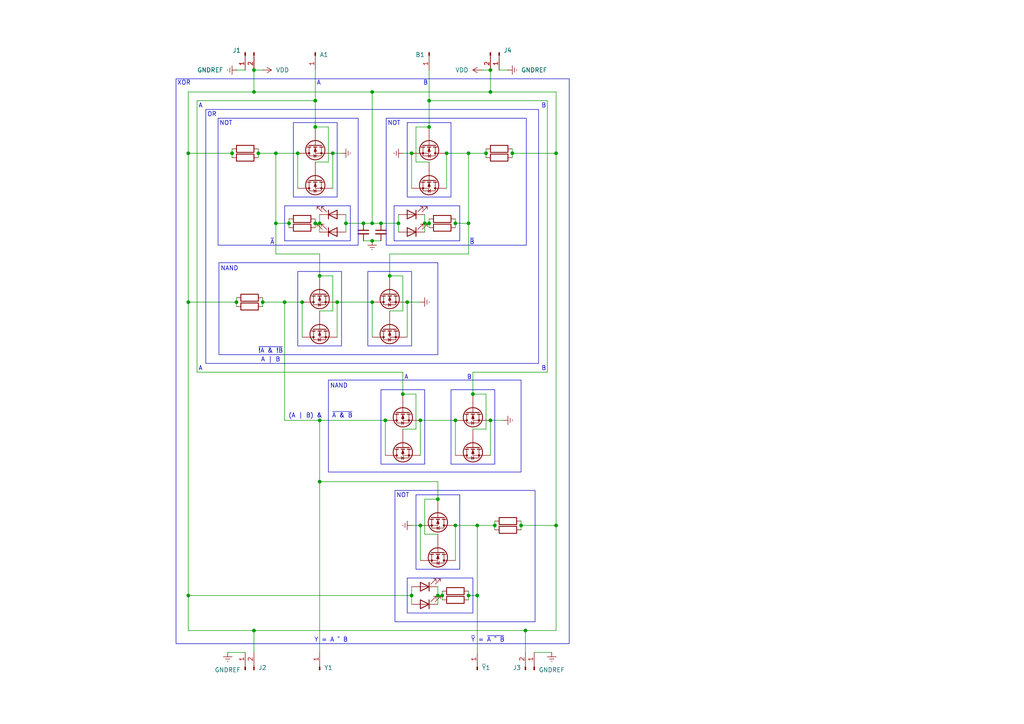
<source format=kicad_sch>
(kicad_sch (version 20250114) (generator "eeschema") (generator_version "9.0")
  (paper "A4")
  (title_block (title "XOR w/ LEDs") (rev "1.0") (company "Cyborg Systems") (comment 1 "BlueChip"))
  (lib_symbols
    (symbol "2N7000_1" (pin_numbers (hide yes)) (pin_names (hide yes))
      (property "Reference" "Q" (at 5.08 1.905 0))
      (property "Value" "2N7000" (at 5.08 0 0))
      (symbol "2N7000_1_1_1"
        (pin input line (at -5.08 0 0) (length 2.54) (name "G") (number "2"))
        (pin passive line (at 2.54 5.08 270) (length 2.54) (name "D") (number "3"))
        (pin passive line (at 2.54 -5.08 90) (length 2.54) (name "S") (number "1"))
      )
    )
    (symbol "2N7000_10" (pin_numbers (hide yes)) (pin_names (hide yes))
      (property "Reference" "Q" (at 5.08 1.905 0))
      (property "Value" "2N7000" (at 5.08 0 0))
      (symbol "2N7000_10_1_1"
        (pin input line (at -5.08 0 0) (length 2.54) (name "G") (number "2"))
        (pin passive line (at 2.54 5.08 270) (length 2.54) (name "D") (number "3"))
        (pin passive line (at 2.54 -5.08 90) (length 2.54) (name "S") (number "1"))
      )
    )
    (symbol "2N7000_11" (pin_numbers (hide yes)) (pin_names (hide yes))
      (property "Reference" "Q" (at 5.08 1.905 0))
      (property "Value" "2N7000" (at 5.08 0 0))
      (symbol "2N7000_11_1_1"
        (pin input line (at -5.08 0 0) (length 2.54) (name "G") (number "2"))
        (pin passive line (at 2.54 5.08 270) (length 2.54) (name "D") (number "3"))
        (pin passive line (at 2.54 -5.08 90) (length 2.54) (name "S") (number "1"))
      )
    )
    (symbol "2N7000_12" (pin_numbers (hide yes)) (pin_names (hide yes))
      (property "Reference" "Q" (at 5.08 1.905 0))
      (property "Value" "2N7000" (at 5.08 0 0))
      (symbol "2N7000_12_1_1"
        (pin input line (at -5.08 0 0) (length 2.54) (name "G") (number "2"))
        (pin passive line (at 2.54 5.08 270) (length 2.54) (name "D") (number "3"))
        (pin passive line (at 2.54 -5.08 90) (length 2.54) (name "S") (number "1"))
      )
    )
    (symbol "2N7000_13" (pin_numbers (hide yes)) (pin_names (hide yes))
      (property "Reference" "Q" (at 5.08 1.905 0))
      (property "Value" "2N7000" (at 5.08 0 0))
      (symbol "2N7000_13_1_1"
        (pin input line (at -5.08 0 0) (length 2.54) (name "G") (number "2"))
        (pin passive line (at 2.54 5.08 270) (length 2.54) (name "D") (number "3"))
        (pin passive line (at 2.54 -5.08 90) (length 2.54) (name "S") (number "1"))
      )
    )
    (symbol "2N7000_2" (pin_numbers (hide yes)) (pin_names (hide yes))
      (property "Reference" "Q" (at 5.08 1.905 0))
      (property "Value" "2N7000" (at 5.08 0 0))
      (symbol "2N7000_2_1_1"
        (pin input line (at -5.08 0 0) (length 2.54) (name "G") (number "2"))
        (pin passive line (at 2.54 5.08 270) (length 2.54) (name "D") (number "3"))
        (pin passive line (at 2.54 -5.08 90) (length 2.54) (name "S") (number "1"))
      )
    )
    (symbol "2N7000_3" (pin_numbers (hide yes)) (pin_names (hide yes))
      (property "Reference" "Q" (at 5.08 1.905 0))
      (property "Value" "2N7000" (at 5.08 0 0))
      (symbol "2N7000_3_1_1"
        (pin input line (at -5.08 0 0) (length 2.54) (name "G") (number "2"))
        (pin passive line (at 2.54 5.08 270) (length 2.54) (name "D") (number "3"))
        (pin passive line (at 2.54 -5.08 90) (length 2.54) (name "S") (number "1"))
      )
    )
    (symbol "2N7000_4" (pin_numbers (hide yes)) (pin_names (hide yes))
      (property "Reference" "Q" (at 5.08 1.905 0))
      (property "Value" "2N7000" (at 5.08 0 0))
      (symbol "2N7000_4_1_1"
        (pin input line (at -5.08 0 0) (length 2.54) (name "G") (number "2"))
        (pin passive line (at 2.54 5.08 270) (length 2.54) (name "D") (number "3"))
        (pin passive line (at 2.54 -5.08 90) (length 2.54) (name "S") (number "1"))
      )
    )
    (symbol "2N7000_5" (pin_numbers (hide yes)) (pin_names (hide yes))
      (property "Reference" "Q" (at 5.08 1.905 0))
      (property "Value" "2N7000" (at 5.08 0 0))
      (symbol "2N7000_5_1_1"
        (pin input line (at -5.08 0 0) (length 2.54) (name "G") (number "2"))
        (pin passive line (at 2.54 5.08 270) (length 2.54) (name "D") (number "3"))
        (pin passive line (at 2.54 -5.08 90) (length 2.54) (name "S") (number "1"))
      )
    )
    (symbol "2N7000_6" (pin_numbers (hide yes)) (pin_names (hide yes))
      (property "Reference" "Q" (at 5.08 1.905 0))
      (property "Value" "2N7000" (at 5.08 0 0))
      (symbol "2N7000_6_1_1"
        (pin input line (at -5.08 0 0) (length 2.54) (name "G") (number "2"))
        (pin passive line (at 2.54 5.08 270) (length 2.54) (name "D") (number "3"))
        (pin passive line (at 2.54 -5.08 90) (length 2.54) (name "S") (number "1"))
      )
    )
    (symbol "2N7000_7" (pin_numbers (hide yes)) (pin_names (hide yes))
      (property "Reference" "Q" (at 5.08 1.905 0))
      (property "Value" "2N7000" (at 5.08 0 0))
      (symbol "2N7000_7_1_1"
        (pin input line (at -5.08 0 0) (length 2.54) (name "G") (number "2"))
        (pin passive line (at 2.54 5.08 270) (length 2.54) (name "D") (number "3"))
        (pin passive line (at 2.54 -5.08 90) (length 2.54) (name "S") (number "1"))
      )
    )
    (symbol "2N7000_8" (pin_numbers (hide yes)) (pin_names (hide yes))
      (property "Reference" "Q" (at 5.08 1.905 0))
      (property "Value" "2N7000" (at 5.08 0 0))
      (symbol "2N7000_8_1_1"
        (pin input line (at -5.08 0 0) (length 2.54) (name "G") (number "2"))
        (pin passive line (at 2.54 5.08 270) (length 2.54) (name "D") (number "3"))
        (pin passive line (at 2.54 -5.08 90) (length 2.54) (name "S") (number "1"))
      )
    )
    (symbol "2N7000_9" (pin_numbers (hide yes)) (pin_names (hide yes))
      (property "Reference" "Q" (at 5.08 1.905 0))
      (property "Value" "2N7000" (at 5.08 0 0))
      (symbol "2N7000_9_1_1"
        (pin input line (at -5.08 0 0) (length 2.54) (name "G") (number "2"))
        (pin passive line (at 2.54 5.08 270) (length 2.54) (name "D") (number "3"))
        (pin passive line (at 2.54 -5.08 90) (length 2.54) (name "S") (number "1"))
      )
    )
    (symbol "Connector:Conn_01x01_Pin" (pin_names (offset 1.016) (hide yes))
      (property "Reference" "J" (at 0 2.54 0))
      (property "Value" "Conn_01x01_Pin" (at 0 -2.54 0))
      (symbol "Conn_01x01_Pin_1_1"
        (pin passive line (at 5.08 0 180) (length 3.81) (name "Pin_1") (number "1"))
      )
    )
    (symbol "Connector:Conn_01x02_Pin" (pin_names (offset 1.016) (hide yes))
      (property "Reference" "J" (at 0 2.54 0))
      (property "Value" "Conn_01x02_Pin" (at 0 -5.08 0))
      (symbol "Conn_01x02_Pin_1_1"
        (pin passive line (at 5.08 0 180) (length 3.81) (name "Pin_1") (number "1"))
        (pin passive line (at 5.08 -2.54 180) (length 3.81) (name "Pin_2") (number "2"))
      )
    )
    (symbol "Device:C_Small" (pin_numbers (hide yes)) (pin_names (offset 0.254) (hide yes))
      (property "Reference" "C" (at 0.254 1.778 0))
      (property "Value" "C_Small" (at 0.254 -2.032 0))
      (symbol "C_Small_1_1"
        (pin passive line (at 0 2.54 270) (length 2.032) (name "~") (number "1"))
        (pin passive line (at 0 -2.54 90) (length 2.032) (name "~") (number "2"))
      )
    )
    (symbol "Device:LED" (pin_numbers (hide yes)) (pin_names (offset 1.016) (hide yes))
      (property "Reference" "D" (at 0 2.54 0))
      (property "Value" "LED" (at 0 -2.54 0))
      (symbol "LED_1_1"
        (pin passive line (at -3.81 0 0) (length 2.54) (name "K") (number "1"))
        (pin passive line (at 3.81 0 180) (length 2.54) (name "A") (number "2"))
      )
    )
    (symbol "Device:R" (pin_numbers (hide yes)) (pin_names (offset 0))
      (property "Reference" "R" (at 2.032 0 90))
      (property "Value" "R" (at 0 0 90))
      (symbol "R_1_1"
        (pin passive line (at 0 3.81 270) (length 1.27) (name "~") (number "1"))
        (pin passive line (at 0 -3.81 90) (length 1.27) (name "~") (number "2"))
      )
    )
    (symbol "R_1" (pin_numbers (hide yes)) (pin_names (offset 0))
      (property "Reference" "R" (at 2.032 0 90))
      (property "Value" "R" (at 0 0 90))
      (symbol "R_1_1_1"
        (pin passive line (at 0 3.81 270) (length 1.27) (name "~") (number "1"))
        (pin passive line (at 0 -3.81 90) (length 1.27) (name "~") (number "2"))
      )
    )
    (symbol "Transistor_FET:2N7000" (pin_numbers (hide yes)) (pin_names (hide yes))
      (property "Reference" "Q" (at 5.08 1.905 0))
      (property "Value" "2N7000" (at 5.08 0 0))
      (symbol "2N7000_1_1"
        (pin input line (at -5.08 0 0) (length 2.54) (name "G") (number "2"))
        (pin passive line (at 2.54 5.08 270) (length 2.54) (name "D") (number "3"))
        (pin passive line (at 2.54 -5.08 90) (length 2.54) (name "S") (number "1"))
      )
    )
    (symbol "power:GNDREF" (power) (pin_numbers (hide yes)) (pin_names (offset 0) (hide yes))
      (property "Value" "GNDREF" (at 0 -3.81 0))
      (symbol "GNDREF_1_1"
        (pin power_in line (at 0 0 270) (length 0) (name "~") (number "1"))
      )
    )
    (symbol "power:VDD" (power) (pin_numbers (hide yes)) (pin_names (offset 0) (hide yes))
      (property "Value" "VDD" (at 0 3.556 0))
      (symbol "VDD_1_1"
        (pin power_in line (at 0 0 90) (length 0) (name "~") (number "1"))
      )
    )
  )
  (rectangle (start 137.16 167.64) (end 118.11 177.8))
  (rectangle (start 133.35 59.69) (end 114.3 69.85))
  (rectangle (start 110.49 113.03) (end 123.19 134.62))
  (rectangle (start 130.81 113.03) (end 143.51 134.62))
  (rectangle (start 86.36 78.74) (end 99.06 100.33))
  (rectangle (start 63.5 76.2) (end 127 102.87))
  (rectangle (start 59.69 31.75) (end 156.21 105.41))
  (rectangle (start 82.55 59.69) (end 101.6 69.85))
  (rectangle (start 63.246 34.29) (end 103.886 71.12))
  (rectangle (start 112.014 34.29) (end 152.654 71.12))
  (rectangle (start 130.81 35.56) (end 118.11 57.15))
  (rectangle (start 51.054 22.86) (end 165.1 186.69))
  (rectangle (start 106.68 78.74) (end 119.38 100.33))
  (rectangle (start 114.554 142.24) (end 155.194 180.34))
  (rectangle (start 95.25 110.236) (end 151.13 136.906))
  (rectangle (start 133.35 143.51) (end 120.65 165.1))
  (rectangle (start 85.09 35.56) (end 97.79 57.15))
  (text "NOT" (at 65.532 35.814 0) (effects (font (size 1.27 1.27))))
  (text "~{Y} = ~{A ^ B}" (at 141.478 185.674 0) (effects (font (size 1.27 1.27))))
  (text "A" (at 117.856 109.474 0) (effects (font (size 1.27 1.27))))
  (text "XOR" (at 53.34 24.13 0) (effects (font (size 1.27 1.27))))
  (text "NOT" (at 114.3 35.814 0) (effects (font (size 1.27 1.27))))
  (text "~{A}" (at 78.994 70.358 0) (effects (font (size 1.27 1.27))))
  (text "OR" (at 61.468 33.274 0) (effects (font (size 1.27 1.27))))
  (text "B" (at 157.734 106.934 0) (effects (font (size 1.27 1.27))))
  (text "~{!A & !B}" (at 78.486 101.854 0) (effects (font (size 1.27 1.27))))
  (text "B" (at 136.144 109.474 0) (effects (font (size 1.27 1.27))))
  (text "A" (at 92.456 24.13 0) (effects (font (size 1.27 1.27))))
  (text "A | B" (at 78.486 104.394 0) (effects (font (size 1.27 1.27))))
  (text "NAND" (at 98.298 112.014 0) (effects (font (size 1.27 1.27))))
  (text "Y = A ^ B" (at 96.012 185.674 0) (effects (font (size 1.27 1.27))))
  (text "~{B}" (at 136.906 70.358 0) (effects (font (size 1.27 1.27))))
  (text "NAND" (at 66.548 77.978 0) (effects (font (size 1.27 1.27))))
  (text "A" (at 58.166 106.934 0) (effects (font (size 1.27 1.27))))
  (text "NOT" (at 116.84 143.764 0) (effects (font (size 1.27 1.27))))
  (text "A" (at 58.166 30.734 0) (effects (font (size 1.27 1.27))))
  (text "(A | B) &   ~{A & B}" (at 92.964 120.65 0) (effects (font (size 1.27 1.27))))
  (text "B" (at 123.444 24.13 0) (effects (font (size 1.27 1.27))))
  (text "B" (at 157.734 30.734 0) (effects (font (size 1.27 1.27))))
  (junction (at 119.38 172.72))
  (junction (at 80.01 64.77))
  (junction (at 143.51 152.4))
  (junction (at 73.66 20.32))
  (junction (at 118.11 87.63))
  (junction (at 96.52 44.45))
  (junction (at 111.76 121.92))
  (junction (at 142.24 26.67))
  (junction (at 68.58 87.63))
  (junction (at 142.24 121.92))
  (junction (at 76.2 87.63))
  (junction (at 135.89 44.45))
  (junction (at 107.95 87.63))
  (junction (at 92.71 80.01))
  (junction (at 107.95 64.77))
  (junction (at 138.43 172.72))
  (junction (at 161.29 152.4))
  (junction (at 67.31 44.45))
  (junction (at 97.79 87.63))
  (junction (at 124.46 64.77))
  (junction (at 92.71 121.92))
  (junction (at 152.4 182.88))
  (junction (at 138.43 152.4))
  (junction (at 100.33 64.77))
  (junction (at 135.89 64.77))
  (junction (at 54.61 172.72))
  (junction (at 124.46 29.21))
  (junction (at 73.66 182.88))
  (junction (at 135.89 172.72))
  (junction (at 54.61 44.45))
  (junction (at 82.55 87.63))
  (junction (at 87.63 87.63))
  (junction (at 80.01 44.45))
  (junction (at 54.61 87.63))
  (junction (at 91.44 29.21))
  (junction (at 92.71 139.7))
  (junction (at 107.95 69.85))
  (junction (at 140.97 44.45))
  (junction (at 83.82 64.77))
  (junction (at 91.44 64.77))
  (junction (at 116.84 114.3))
  (junction (at 137.16 114.3))
  (junction (at 121.92 152.4))
  (junction (at 129.54 44.45))
  (junction (at 110.49 64.77))
  (junction (at 132.08 121.92))
  (junction (at 119.38 44.45))
  (junction (at 127 172.72))
  (junction (at 105.41 64.77))
  (junction (at 123.19 64.77))
  (junction (at 121.92 121.92))
  (junction (at 115.57 64.77))
  (junction (at 142.24 20.32))
  (junction (at 161.29 44.45))
  (junction (at 132.08 152.4))
  (junction (at 74.93 44.45))
  (junction (at 91.44 36.83))
  (junction (at 86.36 44.45))
  (junction (at 151.13 152.4))
  (junction (at 132.08 64.77))
  (junction (at 73.66 26.67))
  (junction (at 113.03 80.01))
  (junction (at 92.71 64.77))
  (junction (at 124.46 36.83))
  (junction (at 107.95 26.67))
  (junction (at 127 144.78))
  (junction (at 128.27 172.72))
  (junction (at 148.59 44.45))
  (wire (pts (xy 107.95 26.67) (xy 107.95 64.77)))
  (wire (pts (xy 86.36 44.45) (xy 86.36 54.61)))
  (wire (pts (xy 151.13 151.13) (xy 151.13 152.4)))
  (wire (pts (xy 161.29 152.4) (xy 161.29 182.88)))
  (wire (pts (xy 100.33 64.77) (xy 100.33 67.31)))
  (wire (pts (xy 121.92 121.92) (xy 132.08 121.92)))
  (wire (pts (xy 143.51 151.13) (xy 143.51 152.4)))
  (wire (pts (xy 76.2 87.63) (xy 82.55 87.63)))
  (wire (pts (xy 100.33 62.23) (xy 100.33 64.77)))
  (wire (pts (xy 87.63 87.63) (xy 87.63 97.79)))
  (wire (pts (xy 95.25 46.99) (xy 95.25 36.83)))
  (wire (pts (xy 137.16 107.95) (xy 137.16 114.3)))
  (wire (pts (xy 151.13 152.4) (xy 151.13 153.67)))
  (wire (pts (xy 135.89 64.77) (xy 135.89 73.66)))
  (wire (pts (xy 54.61 172.72) (xy 119.38 172.72)))
  (wire (pts (xy 91.44 36.83) (xy 95.25 36.83)))
  (wire (pts (xy 92.71 73.66) (xy 92.71 80.01)))
  (wire (pts (xy 139.7 20.32) (xy 142.24 20.32)))
  (wire (pts (xy 118.11 87.63) (xy 118.11 97.79)))
  (wire (pts (xy 57.15 107.95) (xy 116.84 107.95)))
  (wire (pts (xy 110.49 64.77) (xy 115.57 64.77)))
  (wire (pts (xy 140.97 44.45) (xy 140.97 45.72)))
  (wire (pts (xy 124.46 46.99) (xy 120.65 46.99)))
  (wire (pts (xy 148.59 43.18) (xy 148.59 44.45)))
  (wire (pts (xy 54.61 172.72) (xy 54.61 182.88)))
  (wire (pts (xy 124.46 64.77) (xy 124.46 66.04)))
  (wire (pts (xy 147.32 20.32) (xy 144.78 20.32)))
  (wire (pts (xy 107.95 64.77) (xy 110.49 64.77)))
  (wire (pts (xy 92.71 139.7) (xy 92.71 189.23)))
  (wire (pts (xy 91.44 63.5) (xy 91.44 64.77)))
  (wire (pts (xy 116.84 107.95) (xy 116.84 114.3)))
  (wire (pts (xy 116.84 124.46) (xy 120.65 124.46)))
  (wire (pts (xy 161.29 152.4) (xy 151.13 152.4)))
  (wire (pts (xy 92.71 121.92) (xy 111.76 121.92)))
  (wire (pts (xy 120.65 46.99) (xy 120.65 36.83)))
  (wire (pts (xy 115.57 64.77) (xy 115.57 67.31)))
  (wire (pts (xy 123.19 67.31) (xy 123.19 64.77)))
  (wire (pts (xy 80.01 44.45) (xy 80.01 64.77)))
  (wire (pts (xy 76.2 20.32) (xy 73.66 20.32)))
  (wire (pts (xy 115.57 62.23) (xy 115.57 64.77)))
  (wire (pts (xy 73.66 182.88) (xy 73.66 189.23)))
  (wire (pts (xy 68.58 86.36) (xy 68.58 87.63)))
  (wire (pts (xy 54.61 87.63) (xy 54.61 172.72)))
  (wire (pts (xy 124.46 36.83) (xy 120.65 36.83)))
  (wire (pts (xy 92.71 62.23) (xy 92.71 64.77)))
  (wire (pts (xy 142.24 121.92) (xy 142.24 132.08)))
  (wire (pts (xy 124.46 63.5) (xy 124.46 64.77)))
  (wire (pts (xy 105.41 69.85) (xy 107.95 69.85)))
  (wire (pts (xy 161.29 44.45) (xy 161.29 152.4)))
  (wire (pts (xy 137.16 107.95) (xy 158.75 107.95)))
  (wire (pts (xy 67.31 43.18) (xy 67.31 44.45)))
  (wire (pts (xy 158.75 107.95) (xy 158.75 29.21)))
  (wire (pts (xy 143.51 152.4) (xy 143.51 153.67)))
  (wire (pts (xy 57.15 29.21) (xy 91.44 29.21)))
  (wire (pts (xy 96.52 90.17) (xy 96.52 80.01)))
  (wire (pts (xy 67.31 44.45) (xy 67.31 45.72)))
  (wire (pts (xy 138.43 152.4) (xy 138.43 172.72)))
  (wire (pts (xy 91.44 46.99) (xy 95.25 46.99)))
  (wire (pts (xy 92.71 64.77) (xy 92.71 67.31)))
  (wire (pts (xy 119.38 172.72) (xy 119.38 175.26)))
  (wire (pts (xy 138.43 152.4) (xy 132.08 152.4)))
  (wire (pts (xy 160.02 189.23) (xy 154.94 189.23)))
  (wire (pts (xy 73.66 26.67) (xy 107.95 26.67)))
  (wire (pts (xy 119.38 44.45) (xy 116.84 44.45)))
  (wire (pts (xy 113.03 80.01) (xy 116.84 80.01)))
  (wire (pts (xy 135.89 172.72) (xy 135.89 173.99)))
  (wire (pts (xy 127 172.72) (xy 127 175.26)))
  (wire (pts (xy 132.08 64.77) (xy 132.08 66.04)))
  (wire (pts (xy 142.24 121.92) (xy 146.05 121.92)))
  (wire (pts (xy 54.61 26.67) (xy 73.66 26.67)))
  (wire (pts (xy 91.44 29.21) (xy 91.44 36.83)))
  (wire (pts (xy 135.89 171.45) (xy 135.89 172.72)))
  (wire (pts (xy 128.27 172.72) (xy 128.27 173.99)))
  (wire (pts (xy 123.19 62.23) (xy 123.19 64.77)))
  (wire (pts (xy 138.43 172.72) (xy 138.43 189.23)))
  (wire (pts (xy 158.75 29.21) (xy 124.46 29.21)))
  (wire (pts (xy 54.61 44.45) (xy 54.61 87.63)))
  (wire (pts (xy 140.97 124.46) (xy 140.97 114.3)))
  (wire (pts (xy 96.52 44.45) (xy 99.06 44.45)))
  (wire (pts (xy 113.03 73.66) (xy 113.03 80.01)))
  (wire (pts (xy 107.95 26.67) (xy 142.24 26.67)))
  (wire (pts (xy 127 144.78) (xy 127 139.7)))
  (wire (pts (xy 132.08 64.77) (xy 135.89 64.77)))
  (wire (pts (xy 92.71 90.17) (xy 96.52 90.17)))
  (wire (pts (xy 83.82 64.77) (xy 83.82 66.04)))
  (wire (pts (xy 74.93 44.45) (xy 74.93 45.72)))
  (wire (pts (xy 54.61 44.45) (xy 67.31 44.45)))
  (wire (pts (xy 121.92 121.92) (xy 121.92 132.08)))
  (wire (pts (xy 111.76 121.92) (xy 111.76 132.08)))
  (wire (pts (xy 137.16 114.3) (xy 140.97 114.3)))
  (wire (pts (xy 137.16 124.46) (xy 140.97 124.46)))
  (wire (pts (xy 127 172.72) (xy 128.27 172.72)))
  (wire (pts (xy 119.38 44.45) (xy 119.38 54.61)))
  (wire (pts (xy 124.46 29.21) (xy 124.46 36.83)))
  (wire (pts (xy 83.82 63.5) (xy 83.82 64.77)))
  (wire (pts (xy 113.03 73.66) (xy 135.89 73.66)))
  (wire (pts (xy 97.79 87.63) (xy 97.79 97.79)))
  (wire (pts (xy 135.89 44.45) (xy 135.89 64.77)))
  (wire (pts (xy 92.71 80.01) (xy 96.52 80.01)))
  (wire (pts (xy 119.38 170.18) (xy 119.38 172.72)))
  (wire (pts (xy 92.71 121.92) (xy 92.71 139.7)))
  (wire (pts (xy 124.46 20.32) (xy 124.46 29.21)))
  (wire (pts (xy 107.95 87.63) (xy 107.95 97.79)))
  (wire (pts (xy 161.29 182.88) (xy 152.4 182.88)))
  (wire (pts (xy 91.44 20.32) (xy 91.44 29.21)))
  (wire (pts (xy 120.65 124.46) (xy 120.65 114.3)))
  (wire (pts (xy 96.52 44.45) (xy 96.52 54.61)))
  (wire (pts (xy 129.54 44.45) (xy 129.54 54.61)))
  (wire (pts (xy 143.51 152.4) (xy 138.43 152.4)))
  (wire (pts (xy 68.58 87.63) (xy 68.58 88.9)))
  (wire (pts (xy 57.15 107.95) (xy 57.15 29.21)))
  (wire (pts (xy 76.2 86.36) (xy 76.2 87.63)))
  (wire (pts (xy 127 170.18) (xy 127 172.72)))
  (wire (pts (xy 140.97 44.45) (xy 135.89 44.45)))
  (wire (pts (xy 116.84 114.3) (xy 120.65 114.3)))
  (wire (pts (xy 123.19 64.77) (xy 124.46 64.77)))
  (wire (pts (xy 105.41 64.77) (xy 107.95 64.77)))
  (wire (pts (xy 74.93 44.45) (xy 80.01 44.45)))
  (wire (pts (xy 100.33 64.77) (xy 105.41 64.77)))
  (wire (pts (xy 121.92 152.4) (xy 121.92 162.56)))
  (wire (pts (xy 54.61 87.63) (xy 68.58 87.63)))
  (wire (pts (xy 121.92 152.4) (xy 119.38 152.4)))
  (wire (pts (xy 107.95 69.85) (xy 110.49 69.85)))
  (wire (pts (xy 123.19 154.94) (xy 123.19 144.78)))
  (wire (pts (xy 97.79 87.63) (xy 107.95 87.63)))
  (wire (pts (xy 82.55 87.63) (xy 82.55 121.92)))
  (wire (pts (xy 91.44 64.77) (xy 92.71 64.77)))
  (wire (pts (xy 80.01 64.77) (xy 83.82 64.77)))
  (wire (pts (xy 152.4 182.88) (xy 152.4 189.23)))
  (wire (pts (xy 148.59 44.45) (xy 161.29 44.45)))
  (wire (pts (xy 68.58 20.32) (xy 71.12 20.32)))
  (wire (pts (xy 128.27 171.45) (xy 128.27 172.72)))
  (wire (pts (xy 161.29 26.67) (xy 161.29 44.45)))
  (wire (pts (xy 80.01 64.77) (xy 80.01 73.66)))
  (wire (pts (xy 116.84 90.17) (xy 116.84 80.01)))
  (wire (pts (xy 82.55 87.63) (xy 87.63 87.63)))
  (wire (pts (xy 92.71 73.66) (xy 80.01 73.66)))
  (wire (pts (xy 135.89 44.45) (xy 129.54 44.45)))
  (wire (pts (xy 135.89 172.72) (xy 138.43 172.72)))
  (wire (pts (xy 127 144.78) (xy 123.19 144.78)))
  (wire (pts (xy 148.59 44.45) (xy 148.59 45.72)))
  (wire (pts (xy 76.2 87.63) (xy 76.2 88.9)))
  (wire (pts (xy 142.24 26.67) (xy 161.29 26.67)))
  (wire (pts (xy 132.08 121.92) (xy 132.08 132.08)))
  (wire (pts (xy 127 154.94) (xy 123.19 154.94)))
  (wire (pts (xy 66.04 189.23) (xy 71.12 189.23)))
  (wire (pts (xy 113.03 90.17) (xy 116.84 90.17)))
  (wire (pts (xy 54.61 182.88) (xy 73.66 182.88)))
  (wire (pts (xy 132.08 152.4) (xy 132.08 162.56)))
  (wire (pts (xy 127 139.7) (xy 92.71 139.7)))
  (wire (pts (xy 73.66 20.32) (xy 73.66 26.67)))
  (wire (pts (xy 82.55 121.92) (xy 92.71 121.92)))
  (wire (pts (xy 73.66 182.88) (xy 152.4 182.88)))
  (wire (pts (xy 54.61 26.67) (xy 54.61 44.45)))
  (wire (pts (xy 142.24 20.32) (xy 142.24 26.67)))
  (wire (pts (xy 132.08 63.5) (xy 132.08 64.77)))
  (wire (pts (xy 91.44 64.77) (xy 91.44 66.04)))
  (wire (pts (xy 118.11 87.63) (xy 121.92 87.63)))
  (wire (pts (xy 74.93 43.18) (xy 74.93 44.45)))
  (wire (pts (xy 140.97 43.18) (xy 140.97 44.45)))
  (wire (pts (xy 80.01 44.45) (xy 86.36 44.45)))
  (symbol (lib_id "power:GNDREF") (at 147.32 20.32 90) (mirror x) (unit 1)
    (property "Reference" "#PWR05" (effects (hide yes)))
    (property "Value" "GNDREF" (at 151.13 20.3199 90) (effects (justify right)))
    (property "Description" "Power symbol creates a global label with name \"GNDREF\" , reference supply ground" (effects (hide yes)))
  )
  (symbol (lib_id "Device:R") (at 72.39 86.36 90) (unit 1)
    (property "Reference" "R5" (effects (hide yes)))
    (property "Value" "R" (effects (hide yes)))
    (property "Footprint" "Resistor_THT:R_Axial_DIN0207_L6.3mm_D2.5mm_P10.16mm_Horizontal" (effects (hide yes)))
    (property "Description" "Resistor" (effects (hide yes)))
  )
  (symbol (lib_id "Device:R") (at 147.32 153.67 90) (unit 1)
    (property "Reference" "R16" (effects (hide yes)))
    (property "Value" "R" (effects (hide yes)))
    (property "Footprint" "Resistor_SMD:R_1206_3216Metric" (effects (hide yes)))
    (property "Description" "Resistor" (effects (hide yes)))
  )
  (symbol (lib_id "Device:R") (at 144.78 43.18 90) (unit 1)
    (property "Reference" "R2" (effects (hide yes)))
    (property "Value" "R" (effects (hide yes)))
    (property "Footprint" "Resistor_THT:R_Axial_DIN0207_L6.3mm_D2.5mm_P10.16mm_Horizontal" (effects (hide yes)))
    (property "Description" "Resistor" (effects (hide yes)))
  )
  (symbol (lib_id "Device:LED") (at 96.52 62.23 0) (mirror x) (unit 1)
    (property "Reference" "D1" (effects (hide yes)))
    (property "Value" "LED" (effects (hide yes)))
    (property "Footprint" "LED_THT:LED_D1.8mm_W3.3mm_H2.4mm" (effects (hide yes)))
    (property "Description" "Light emitting diode" (effects (hide yes)))
    (property "Sim.Pins" "1=K 2=A" (effects (hide yes)))
  )
  (symbol (lib_name "2N7000_13") (lib_id "Transistor_FET:2N7000") (at 137.16 119.38 90) (mirror x) (unit 1)
    (property "Reference" "Q6" (effects (hide yes)))
    (property "Value" "2N7000" (effects (hide yes)))
    (property "Footprint" "Package_TO_SOT_THT:TO-92_Inline" (effects (hide yes)))
    (property "Datasheet" "https://www.vishay.com/docs/70226/70226.pdf" (effects (hide yes)))
    (property "Description" "0.2A Id, 200V Vds, N-Channel MOSFET, 2.6V Logic Level, TO-92" (effects (hide yes)))
  )
  (symbol (lib_id "power:GNDREF") (at 66.04 189.23 0) (mirror y) (unit 1)
    (property "Reference" "#PWR03" (effects (hide yes)))
    (property "Value" "GNDREF" (at 66.04 194.31 0))
    (property "Description" "Power symbol creates a global label with name \"GNDREF\" , reference supply ground" (effects (hide yes)))
  )
  (symbol (lib_name "2N7000_12") (lib_id "Transistor_FET:2N7000") (at 127 160.02 270) (unit 1)
    (property "Reference" "Q17" (effects (hide yes)))
    (property "Value" "2N7000" (effects (hide yes)))
    (property "Footprint" "Package_TO_SOT_SMD:SOT-23" (effects (hide yes)))
    (property "Datasheet" "https://www.vishay.com/docs/70226/70226.pdf" (effects (hide yes)))
    (property "Description" "0.2A Id, 200V Vds, N-Channel MOSFET, 2.6V Logic Level, TO-92" (effects (hide yes)))
  )
  (symbol (lib_id "Device:R") (at 144.78 45.72 90) (unit 1)
    (property "Reference" "R12" (effects (hide yes)))
    (property "Value" "R" (effects (hide yes)))
    (property "Footprint" "Resistor_SMD:R_1206_3216Metric" (effects (hide yes)))
    (property "Description" "Resistor" (effects (hide yes)))
  )
  (symbol (lib_name "2N7000_10") (lib_id "Transistor_FET:2N7000") (at 116.84 129.54 90) (mirror x) (unit 1)
    (property "Reference" "Q15" (effects (hide yes)))
    (property "Value" "2N7000" (effects (hide yes)))
    (property "Footprint" "Package_TO_SOT_SMD:SOT-23" (effects (hide yes)))
    (property "Datasheet" "https://www.vishay.com/docs/70226/70226.pdf" (effects (hide yes)))
    (property "Description" "0.2A Id, 200V Vds, N-Channel MOSFET, 2.6V Logic Level, TO-92" (effects (hide yes)))
  )
  (symbol (lib_name "2N7000_11") (lib_id "Transistor_FET:2N7000") (at 127 149.86 270) (unit 1)
    (property "Reference" "Q7" (effects (hide yes)))
    (property "Value" "2N7000" (effects (hide yes)))
    (property "Footprint" "Package_TO_SOT_THT:TO-92_Inline" (effects (hide yes)))
    (property "Datasheet" "https://www.vishay.com/docs/70226/70226.pdf" (effects (hide yes)))
    (property "Description" "0.2A Id, 200V Vds, N-Channel MOSFET, 2.6V Logic Level, TO-92" (effects (hide yes)))
  )
  (symbol (lib_id "Device:R") (at 132.08 173.99 270) (mirror x) (unit 1)
    (property "Reference" "R17" (effects (hide yes)))
    (property "Value" "R" (effects (hide yes)))
    (property "Footprint" "Resistor_SMD:R_1206_3216Metric" (effects (hide yes)))
    (property "Description" "Resistor" (effects (hide yes)))
  )
  (symbol (lib_id "power:GNDREF") (at 107.95 69.85 0) (mirror y) (unit 1)
    (property "Reference" "#PWR010" (effects (hide yes)))
    (property "Value" "GNDREF" (effects (hide yes)))
    (property "Description" "Power symbol creates a global label with name \"GNDREF\" , reference supply ground" (effects (hide yes)))
  )
  (symbol (lib_id "Device:R") (at 128.27 63.5 270) (mirror x) (unit 1)
    (property "Reference" "R4" (effects (hide yes)))
    (property "Value" "R" (effects (hide yes)))
    (property "Footprint" "Resistor_THT:R_Axial_DIN0207_L6.3mm_D2.5mm_P10.16mm_Horizontal" (effects (hide yes)))
    (property "Description" "Resistor" (effects (hide yes)))
  )
  (symbol (lib_id "Device:R") (at 132.08 171.45 270) (mirror x) (unit 1)
    (property "Reference" "R7" (effects (hide yes)))
    (property "Value" "R" (effects (hide yes)))
    (property "Footprint" "Resistor_THT:R_Axial_DIN0207_L6.3mm_D2.5mm_P10.16mm_Horizontal" (effects (hide yes)))
    (property "Description" "Resistor" (effects (hide yes)))
  )
  (symbol (lib_id "Device:LED") (at 119.38 62.23 180) (unit 1)
    (property "Reference" "D2" (effects (hide yes)))
    (property "Value" "LED" (effects (hide yes)))
    (property "Footprint" "LED_THT:LED_D1.8mm_W3.3mm_H2.4mm" (effects (hide yes)))
    (property "Description" "Light emitting diode" (effects (hide yes)))
    (property "Sim.Pins" "1=K 2=A" (effects (hide yes)))
  )
  (symbol (lib_id "Device:LED") (at 123.19 175.26 180) (unit 1)
    (property "Reference" "D13" (effects (hide yes)))
    (property "Value" "LED" (effects (hide yes)))
    (property "Footprint" "LED_SMD:LED_1206_3216Metric" (effects (hide yes)))
    (property "Description" "Light emitting diode" (effects (hide yes)))
    (property "Sim.Pins" "1=K 2=A" (effects (hide yes)))
  )
  (symbol (lib_name "R_1") (lib_id "Device:R") (at 71.12 43.18 90) (unit 1)
    (property "Reference" "R1" (effects (hide yes)))
    (property "Value" "R" (effects (hide yes)))
    (property "Footprint" "Resistor_THT:R_Axial_DIN0207_L6.3mm_D2.5mm_P10.16mm_Horizontal" (effects (hide yes)))
    (property "Description" "Resistor" (effects (hide yes)))
  )
  (symbol (lib_id "Connector:Conn_01x02_Pin") (at 154.94 194.31 270) (mirror x) (unit 1)
    (property "Reference" "J3" (at 151.13 193.6749 90) (effects (justify right)))
    (property "Value" "Conn_01x02_Pin" (effects (hide yes)))
    (property "Footprint" "Connector_PinSocket_2.54mm:PinSocket_1x02_P2.54mm_Vertical" (effects (hide yes)))
    (property "Description" "Generic connector, single row, 01x02, script generated" (effects (hide yes)))
  )
  (symbol (lib_id "Transistor_FET:2N7000") (at 137.16 129.54 90) (mirror x) (unit 1)
    (property "Reference" "Q16" (effects (hide yes)))
    (property "Value" "2N7000" (effects (hide yes)))
    (property "Footprint" "Package_TO_SOT_SMD:SOT-23" (effects (hide yes)))
    (property "Datasheet" "https://www.vishay.com/docs/70226/70226.pdf" (effects (hide yes)))
    (property "Description" "0.2A Id, 200V Vds, N-Channel MOSFET, 2.6V Logic Level, TO-92" (effects (hide yes)))
  )
  (symbol (lib_id "Device:R") (at 72.39 88.9 90) (unit 1)
    (property "Reference" "R15" (effects (hide yes)))
    (property "Value" "R" (effects (hide yes)))
    (property "Footprint" "Resistor_SMD:R_1206_3216Metric" (effects (hide yes)))
    (property "Description" "Resistor" (effects (hide yes)))
  )
  (symbol (lib_id "Device:R") (at 87.63 63.5 90) (unit 1)
    (property "Reference" "R3" (effects (hide yes)))
    (property "Value" "R" (effects (hide yes)))
    (property "Footprint" "Resistor_THT:R_Axial_DIN0207_L6.3mm_D2.5mm_P10.16mm_Horizontal" (effects (hide yes)))
    (property "Description" "Resistor" (effects (hide yes)))
  )
  (symbol (lib_id "Device:R") (at 128.27 66.04 270) (mirror x) (unit 1)
    (property "Reference" "R14" (effects (hide yes)))
    (property "Value" "R" (effects (hide yes)))
    (property "Footprint" "Resistor_SMD:R_1206_3216Metric" (effects (hide yes)))
    (property "Description" "Resistor" (effects (hide yes)))
  )
  (symbol (lib_id "power:GNDREF") (at 119.38 152.4 270) (mirror x) (unit 1)
    (property "Reference" "#PWR08" (effects (hide yes)))
    (property "Value" "GNDREF" (effects (hide yes)))
    (property "Description" "Power symbol creates a global label with name \"GNDREF\" , reference supply ground" (effects (hide yes)))
  )
  (symbol (lib_id "Device:C_Small") (at 110.49 67.31 0) (unit 1)
    (property "Reference" "C2" (effects (hide yes)))
    (property "Value" "C_Small" (effects (hide yes)))
    (property "Footprint" "Capacitor_SMD:C_1206_3216Metric_Pad1.33x1.80mm_HandSolder" (effects (hide yes)))
    (property "Description" "Unpolarized capacitor, small symbol" (effects (hide yes)))
  )
  (symbol (lib_id "power:GNDREF") (at 116.84 44.45 270) (mirror x) (unit 1)
    (property "Reference" "#PWR07" (effects (hide yes)))
    (property "Value" "GNDREF" (effects (hide yes)))
    (property "Description" "Power symbol creates a global label with name \"GNDREF\" , reference supply ground" (effects (hide yes)))
  )
  (symbol (lib_name "2N7000_1") (lib_id "Transistor_FET:2N7000") (at 91.44 41.91 90) (mirror x) (unit 1)
    (property "Reference" "Q1" (effects (hide yes)))
    (property "Value" "2N7000" (effects (hide yes)))
    (property "Footprint" "Package_TO_SOT_THT:TO-92_Inline" (effects (hide yes)))
    (property "Datasheet" "https://www.vishay.com/docs/70226/70226.pdf" (effects (hide yes)))
    (property "Description" "0.2A Id, 200V Vds, N-Channel MOSFET, 2.6V Logic Level, TO-92" (effects (hide yes)))
  )
  (symbol (lib_id "power:GNDREF") (at 121.92 87.63 90) (unit 1)
    (property "Reference" "#PWR024" (effects (hide yes)))
    (property "Value" "GNDREF" (effects (hide yes)))
    (property "Description" "Power symbol creates a global label with name \"GNDREF\" , reference supply ground" (effects (hide yes)))
  )
  (symbol (lib_id "Connector:Conn_01x02_Pin") (at 71.12 15.24 90) (mirror x) (unit 1)
    (property "Reference" "J1" (at 69.85 14.6049 90) (effects (justify left)))
    (property "Value" "Conn_01x02_Pin" (effects (hide yes)))
    (property "Footprint" "Connector_PinSocket_2.54mm:PinSocket_1x02_P2.54mm_Vertical" (effects (hide yes)))
    (property "Description" "Generic connector, single row, 01x02, script generated" (effects (hide yes)))
  )
  (symbol (lib_id "Connector:Conn_01x02_Pin") (at 144.78 15.24 270) (unit 1)
    (property "Reference" "J4" (at 146.05 14.6049 90) (effects (justify left)))
    (property "Value" "Conn_01x02_Pin" (effects (hide yes)))
    (property "Footprint" "Connector_PinSocket_2.54mm:PinSocket_1x02_P2.54mm_Vertical" (effects (hide yes)))
    (property "Description" "Generic connector, single row, 01x02, script generated" (effects (hide yes)))
  )
  (symbol (lib_id "power:VDD") (at 76.2 20.32 270) (unit 1)
    (property "Reference" "#PWR01" (effects (hide yes)))
    (property "Value" "VDD" (at 80.01 20.3199 90) (effects (justify left)))
    (property "Description" "Power symbol creates a global label with name \"VDD\"" (effects (hide yes)))
  )
  (symbol (lib_id "Connector:Conn_01x01_Pin") (at 138.43 194.31 270) (mirror x) (unit 1)
    (property "Reference" "~{Y}1" (at 139.7 193.6749 90) (effects (justify left)))
    (property "Value" "Conn_01x01_Pin" (effects (hide yes)))
    (property "Footprint" "Connector_PinHeader_2.54mm:PinHeader_1x01_P2.54mm_Vertical" (effects (hide yes)))
    (property "Description" "Generic connector, single row, 01x01, script generated" (effects (hide yes)))
  )
  (symbol (lib_id "Connector:Conn_01x01_Pin") (at 91.44 15.24 270) (unit 1)
    (property "Reference" "A1" (at 92.71 15.8749 90) (effects (justify left)))
    (property "Value" "Conn_01x01_Pin" (effects (hide yes)))
    (property "Footprint" "Connector_PinHeader_2.54mm:PinHeader_1x01_P2.54mm_Vertical" (effects (hide yes)))
    (property "Description" "Generic connector, single row, 01x01, script generated" (effects (hide yes)))
  )
  (symbol (lib_name "2N7000_7") (lib_id "Transistor_FET:2N7000") (at 113.03 85.09 90) (mirror x) (unit 1)
    (property "Reference" "Q4" (effects (hide yes)))
    (property "Value" "2N7000" (effects (hide yes)))
    (property "Footprint" "Package_TO_SOT_THT:TO-92_Inline" (effects (hide yes)))
    (property "Datasheet" "https://www.vishay.com/docs/70226/70226.pdf" (effects (hide yes)))
    (property "Description" "0.2A Id, 200V Vds, N-Channel MOSFET, 2.6V Logic Level, TO-92" (effects (hide yes)))
  )
  (symbol (lib_id "Device:LED") (at 119.38 67.31 180) (unit 1)
    (property "Reference" "D12" (effects (hide yes)))
    (property "Value" "LED" (effects (hide yes)))
    (property "Footprint" "LED_SMD:LED_1206_3216Metric" (effects (hide yes)))
    (property "Description" "Light emitting diode" (effects (hide yes)))
    (property "Sim.Pins" "1=K 2=A" (effects (hide yes)))
  )
  (symbol (lib_name "2N7000_4") (lib_id "Transistor_FET:2N7000") (at 124.46 52.07 270) (unit 1)
    (property "Reference" "Q12" (effects (hide yes)))
    (property "Value" "2N7000" (effects (hide yes)))
    (property "Footprint" "Package_TO_SOT_SMD:SOT-23" (effects (hide yes)))
    (property "Datasheet" "https://www.vishay.com/docs/70226/70226.pdf" (effects (hide yes)))
    (property "Description" "0.2A Id, 200V Vds, N-Channel MOSFET, 2.6V Logic Level, TO-92" (effects (hide yes)))
  )
  (symbol (lib_name "2N7000_8") (lib_id "Transistor_FET:2N7000") (at 113.03 95.25 90) (mirror x) (unit 1)
    (property "Reference" "Q14" (effects (hide yes)))
    (property "Value" "2N7000" (effects (hide yes)))
    (property "Footprint" "Package_TO_SOT_SMD:SOT-23" (effects (hide yes)))
    (property "Datasheet" "https://www.vishay.com/docs/70226/70226.pdf" (effects (hide yes)))
    (property "Description" "0.2A Id, 200V Vds, N-Channel MOSFET, 2.6V Logic Level, TO-92" (effects (hide yes)))
  )
  (symbol (lib_id "Device:LED") (at 96.52 67.31 0) (mirror x) (unit 1)
    (property "Reference" "D11" (effects (hide yes)))
    (property "Value" "LED" (effects (hide yes)))
    (property "Footprint" "LED_SMD:LED_1206_3216Metric" (effects (hide yes)))
    (property "Description" "Light emitting diode" (effects (hide yes)))
    (property "Sim.Pins" "1=K 2=A" (effects (hide yes)))
  )
  (symbol (lib_id "Connector:Conn_01x01_Pin") (at 124.46 15.24 270) (unit 1)
    (property "Reference" "B1" (at 123.19 15.8749 90) (effects (justify right)))
    (property "Value" "Conn_01x01_Pin" (effects (hide yes)))
    (property "Footprint" "Connector_PinHeader_2.54mm:PinHeader_1x01_P2.54mm_Vertical" (effects (hide yes)))
    (property "Description" "Generic connector, single row, 01x01, script generated" (effects (hide yes)))
  )
  (symbol (lib_name "2N7000_5") (lib_id "Transistor_FET:2N7000") (at 92.71 95.25 90) (mirror x) (unit 1)
    (property "Reference" "Q13" (effects (hide yes)))
    (property "Value" "2N7000" (effects (hide yes)))
    (property "Footprint" "Package_TO_SOT_SMD:SOT-23" (effects (hide yes)))
    (property "Datasheet" "https://www.vishay.com/docs/70226/70226.pdf" (effects (hide yes)))
    (property "Description" "0.2A Id, 200V Vds, N-Channel MOSFET, 2.6V Logic Level, TO-92" (effects (hide yes)))
  )
  (symbol (lib_id "Device:C_Small") (at 105.41 67.31 0) (unit 1)
    (property "Reference" "C1" (effects (hide yes)))
    (property "Value" "C_Small" (effects (hide yes)))
    (property "Footprint" "Capacitor_THT:C_Disc_D3.0mm_W2.0mm_P2.50mm" (effects (hide yes)))
    (property "Description" "Unpolarized capacitor, small symbol" (effects (hide yes)))
  )
  (symbol (lib_id "Device:R") (at 71.12 45.72 90) (unit 1)
    (property "Reference" "R11" (effects (hide yes)))
    (property "Value" "R" (effects (hide yes)))
    (property "Footprint" "Resistor_SMD:R_1206_3216Metric" (effects (hide yes)))
    (property "Description" "Resistor" (effects (hide yes)))
  )
  (symbol (lib_id "Device:LED") (at 123.19 170.18 180) (unit 1)
    (property "Reference" "D3" (effects (hide yes)))
    (property "Value" "LED" (effects (hide yes)))
    (property "Footprint" "LED_THT:LED_D1.8mm_W3.3mm_H2.4mm" (effects (hide yes)))
    (property "Description" "Light emitting diode" (effects (hide yes)))
    (property "Sim.Pins" "1=K 2=A" (effects (hide yes)))
  )
  (symbol (lib_id "Device:R") (at 87.63 66.04 90) (unit 1)
    (property "Reference" "R13" (effects (hide yes)))
    (property "Value" "R" (effects (hide yes)))
    (property "Footprint" "Resistor_SMD:R_1206_3216Metric" (effects (hide yes)))
    (property "Description" "Resistor" (effects (hide yes)))
  )
  (symbol (lib_id "Connector:Conn_01x02_Pin") (at 71.12 194.31 90) (unit 1)
    (property "Reference" "J2" (at 74.93 193.6749 90) (effects (justify right)))
    (property "Value" "Conn_01x02_Pin" (effects (hide yes)))
    (property "Footprint" "Connector_PinSocket_2.54mm:PinSocket_1x02_P2.54mm_Vertical" (effects (hide yes)))
    (property "Description" "Generic connector, single row, 01x02, script generated" (effects (hide yes)))
  )
  (symbol (lib_id "power:GNDREF") (at 160.02 189.23 0) (unit 1)
    (property "Reference" "#PWR04" (effects (hide yes)))
    (property "Value" "GNDREF" (at 160.02 194.31 0))
    (property "Description" "Power symbol creates a global label with name \"GNDREF\" , reference supply ground" (effects (hide yes)))
  )
  (symbol (lib_id "power:VDD") (at 139.7 20.32 90) (mirror x) (unit 1)
    (property "Reference" "#PWR09" (effects (hide yes)))
    (property "Value" "VDD" (at 135.89 20.3199 90) (effects (justify left)))
    (property "Description" "Power symbol creates a global label with name \"VDD\"" (effects (hide yes)))
  )
  (symbol (lib_id "power:GNDREF") (at 99.06 44.45 90) (unit 1)
    (property "Reference" "#PWR06" (effects (hide yes)))
    (property "Value" "GNDREF" (effects (hide yes)))
    (property "Description" "Power symbol creates a global label with name \"GNDREF\" , reference supply ground" (effects (hide yes)))
  )
  (symbol (lib_id "power:GNDREF") (at 146.05 121.92 90) (unit 1)
    (property "Reference" "#PWR027" (effects (hide yes)))
    (property "Value" "GNDREF" (effects (hide yes)))
    (property "Description" "Power symbol creates a global label with name \"GNDREF\" , reference supply ground" (effects (hide yes)))
  )
  (symbol (lib_name "2N7000_6") (lib_id "Transistor_FET:2N7000") (at 92.71 85.09 90) (mirror x) (unit 1)
    (property "Reference" "Q3" (effects (hide yes)))
    (property "Value" "2N7000" (effects (hide yes)))
    (property "Footprint" "Package_TO_SOT_THT:TO-92_Inline" (effects (hide yes)))
    (property "Datasheet" "https://www.vishay.com/docs/70226/70226.pdf" (effects (hide yes)))
    (property "Description" "0.2A Id, 200V Vds, N-Channel MOSFET, 2.6V Logic Level, TO-92" (effects (hide yes)))
  )
  (symbol (lib_id "Connector:Conn_01x01_Pin") (at 92.71 194.31 270) (mirror x) (unit 1)
    (property "Reference" "Y1" (at 93.98 193.6749 90) (effects (justify left)))
    (property "Value" "Conn_01x01_Pin" (effects (hide yes)))
    (property "Footprint" "Connector_PinHeader_2.54mm:PinHeader_1x01_P2.54mm_Vertical" (effects (hide yes)))
    (property "Description" "Generic connector, single row, 01x01, script generated" (effects (hide yes)))
  )
  (symbol (lib_id "Device:R") (at 147.32 151.13 90) (unit 1)
    (property "Reference" "R6" (effects (hide yes)))
    (property "Value" "R" (effects (hide yes)))
    (property "Footprint" "Resistor_THT:R_Axial_DIN0207_L6.3mm_D2.5mm_P10.16mm_Horizontal" (effects (hide yes)))
    (property "Description" "Resistor" (effects (hide yes)))
  )
  (symbol (lib_name "2N7000_9") (lib_id "Transistor_FET:2N7000") (at 116.84 119.38 90) (mirror x) (unit 1)
    (property "Reference" "Q5" (effects (hide yes)))
    (property "Value" "2N7000" (effects (hide yes)))
    (property "Footprint" "Package_TO_SOT_THT:TO-92_Inline" (effects (hide yes)))
    (property "Datasheet" "https://www.vishay.com/docs/70226/70226.pdf" (effects (hide yes)))
    (property "Description" "0.2A Id, 200V Vds, N-Channel MOSFET, 2.6V Logic Level, TO-92" (effects (hide yes)))
  )
  (symbol (lib_name "2N7000_3") (lib_id "Transistor_FET:2N7000") (at 124.46 41.91 270) (unit 1)
    (property "Reference" "Q2" (effects (hide yes)))
    (property "Value" "2N7000" (effects (hide yes)))
    (property "Footprint" "Package_TO_SOT_THT:TO-92_Inline" (effects (hide yes)))
    (property "Datasheet" "https://www.vishay.com/docs/70226/70226.pdf" (effects (hide yes)))
    (property "Description" "0.2A Id, 200V Vds, N-Channel MOSFET, 2.6V Logic Level, TO-92" (effects (hide yes)))
  )
  (symbol (lib_name "2N7000_2") (lib_id "Transistor_FET:2N7000") (at 91.44 52.07 90) (mirror x) (unit 1)
    (property "Reference" "Q11" (effects (hide yes)))
    (property "Value" "2N7000" (effects (hide yes)))
    (property "Footprint" "Package_TO_SOT_SMD:SOT-23" (effects (hide yes)))
    (property "Datasheet" "https://www.vishay.com/docs/70226/70226.pdf" (effects (hide yes)))
    (property "Description" "0.2A Id, 200V Vds, N-Channel MOSFET, 2.6V Logic Level, TO-92" (effects (hide yes)))
  )
  (symbol (lib_id "power:GNDREF") (at 68.58 20.32 270) (unit 1)
    (property "Reference" "#PWR02" (effects (hide yes)))
    (property "Value" "GNDREF" (at 64.77 20.3199 90) (effects (justify right)))
    (property "Description" "Power symbol creates a global label with name \"GNDREF\" , reference supply ground" (effects (hide yes)))
  )
)
</source>
